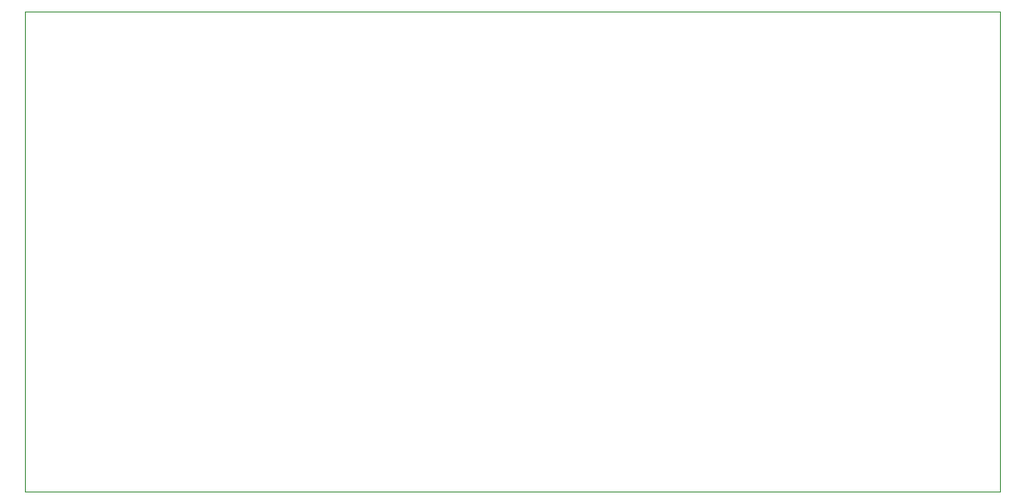
<source format=gbr>
G04 #@! TF.GenerationSoftware,KiCad,Pcbnew,(5.1.5)-2*
G04 #@! TF.CreationDate,2019-12-07T01:04:22+01:00*
G04 #@! TF.ProjectId,tof_sensor,746f665f-7365-46e7-936f-722e6b696361,rev?*
G04 #@! TF.SameCoordinates,Original*
G04 #@! TF.FileFunction,Profile,NP*
%FSLAX46Y46*%
G04 Gerber Fmt 4.6, Leading zero omitted, Abs format (unit mm)*
G04 Created by KiCad (PCBNEW (5.1.5)-2) date 2019-12-07 01:04:22*
%MOMM*%
%LPD*%
G04 APERTURE LIST*
%ADD10C,0.050000*%
G04 APERTURE END LIST*
D10*
X107950000Y-60960000D02*
X200660000Y-60960000D01*
X107950000Y-106680000D02*
X107950000Y-60960000D01*
X200660000Y-87630000D02*
X200660000Y-106680000D01*
X196850000Y-106680000D02*
X107950000Y-106680000D01*
X196850000Y-106680000D02*
X200660000Y-106680000D01*
X200660000Y-60960000D02*
X200660000Y-87630000D01*
M02*

</source>
